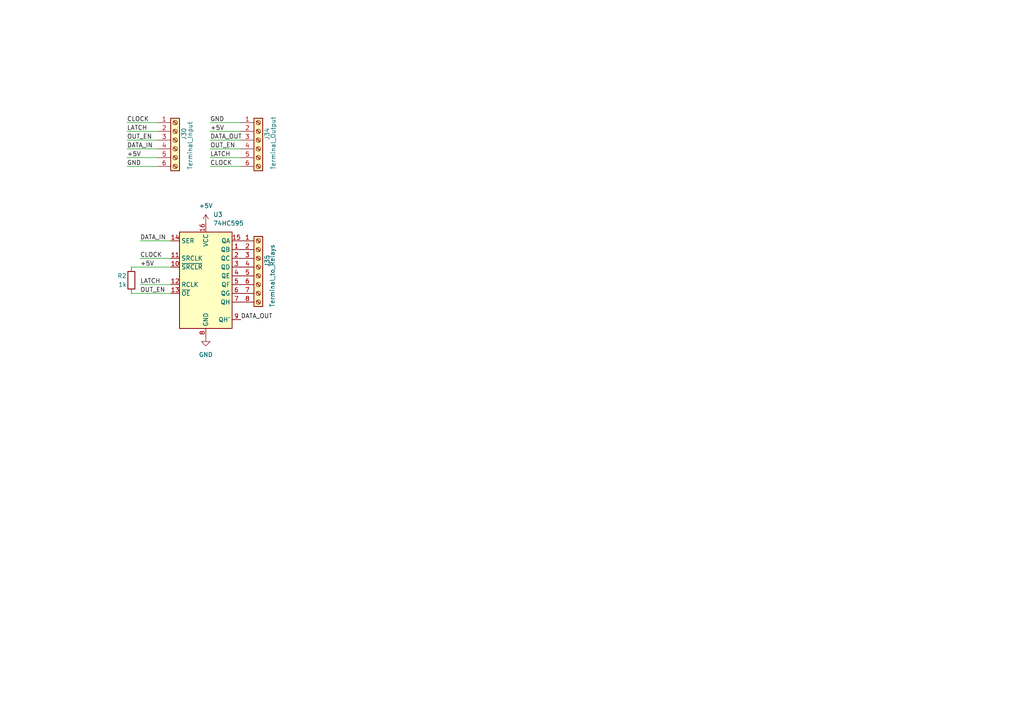
<source format=kicad_sch>
(kicad_sch
	(version 20250114)
	(generator "eeschema")
	(generator_version "9.0")
	(uuid "0e755979-13e5-4421-9f50-928e190933a4")
	(paper "A4")
	(lib_symbols
		(symbol "74xx:74HC595"
			(exclude_from_sim no)
			(in_bom yes)
			(on_board yes)
			(property "Reference" "U"
				(at -7.62 13.97 0)
				(effects
					(font
						(size 1.27 1.27)
					)
				)
			)
			(property "Value" "74HC595"
				(at -7.62 -16.51 0)
				(effects
					(font
						(size 1.27 1.27)
					)
				)
			)
			(property "Footprint" ""
				(at 0 0 0)
				(effects
					(font
						(size 1.27 1.27)
					)
					(hide yes)
				)
			)
			(property "Datasheet" "http://www.ti.com/lit/ds/symlink/sn74hc595.pdf"
				(at 0 0 0)
				(effects
					(font
						(size 1.27 1.27)
					)
					(hide yes)
				)
			)
			(property "Description" "8-bit serial in/out Shift Register 3-State Outputs"
				(at 0 0 0)
				(effects
					(font
						(size 1.27 1.27)
					)
					(hide yes)
				)
			)
			(property "ki_keywords" "HCMOS SR 3State"
				(at 0 0 0)
				(effects
					(font
						(size 1.27 1.27)
					)
					(hide yes)
				)
			)
			(property "ki_fp_filters" "DIP*W7.62mm* SOIC*3.9x9.9mm*P1.27mm* TSSOP*4.4x5mm*P0.65mm* SOIC*5.3x10.2mm*P1.27mm* SOIC*7.5x10.3mm*P1.27mm*"
				(at 0 0 0)
				(effects
					(font
						(size 1.27 1.27)
					)
					(hide yes)
				)
			)
			(symbol "74HC595_1_0"
				(pin input line
					(at -10.16 10.16 0)
					(length 2.54)
					(name "SER"
						(effects
							(font
								(size 1.27 1.27)
							)
						)
					)
					(number "14"
						(effects
							(font
								(size 1.27 1.27)
							)
						)
					)
				)
				(pin input line
					(at -10.16 5.08 0)
					(length 2.54)
					(name "SRCLK"
						(effects
							(font
								(size 1.27 1.27)
							)
						)
					)
					(number "11"
						(effects
							(font
								(size 1.27 1.27)
							)
						)
					)
				)
				(pin input line
					(at -10.16 2.54 0)
					(length 2.54)
					(name "~{SRCLR}"
						(effects
							(font
								(size 1.27 1.27)
							)
						)
					)
					(number "10"
						(effects
							(font
								(size 1.27 1.27)
							)
						)
					)
				)
				(pin input line
					(at -10.16 -2.54 0)
					(length 2.54)
					(name "RCLK"
						(effects
							(font
								(size 1.27 1.27)
							)
						)
					)
					(number "12"
						(effects
							(font
								(size 1.27 1.27)
							)
						)
					)
				)
				(pin input line
					(at -10.16 -5.08 0)
					(length 2.54)
					(name "~{OE}"
						(effects
							(font
								(size 1.27 1.27)
							)
						)
					)
					(number "13"
						(effects
							(font
								(size 1.27 1.27)
							)
						)
					)
				)
				(pin power_in line
					(at 0 15.24 270)
					(length 2.54)
					(name "VCC"
						(effects
							(font
								(size 1.27 1.27)
							)
						)
					)
					(number "16"
						(effects
							(font
								(size 1.27 1.27)
							)
						)
					)
				)
				(pin power_in line
					(at 0 -17.78 90)
					(length 2.54)
					(name "GND"
						(effects
							(font
								(size 1.27 1.27)
							)
						)
					)
					(number "8"
						(effects
							(font
								(size 1.27 1.27)
							)
						)
					)
				)
				(pin tri_state line
					(at 10.16 10.16 180)
					(length 2.54)
					(name "QA"
						(effects
							(font
								(size 1.27 1.27)
							)
						)
					)
					(number "15"
						(effects
							(font
								(size 1.27 1.27)
							)
						)
					)
				)
				(pin tri_state line
					(at 10.16 7.62 180)
					(length 2.54)
					(name "QB"
						(effects
							(font
								(size 1.27 1.27)
							)
						)
					)
					(number "1"
						(effects
							(font
								(size 1.27 1.27)
							)
						)
					)
				)
				(pin tri_state line
					(at 10.16 5.08 180)
					(length 2.54)
					(name "QC"
						(effects
							(font
								(size 1.27 1.27)
							)
						)
					)
					(number "2"
						(effects
							(font
								(size 1.27 1.27)
							)
						)
					)
				)
				(pin tri_state line
					(at 10.16 2.54 180)
					(length 2.54)
					(name "QD"
						(effects
							(font
								(size 1.27 1.27)
							)
						)
					)
					(number "3"
						(effects
							(font
								(size 1.27 1.27)
							)
						)
					)
				)
				(pin tri_state line
					(at 10.16 0 180)
					(length 2.54)
					(name "QE"
						(effects
							(font
								(size 1.27 1.27)
							)
						)
					)
					(number "4"
						(effects
							(font
								(size 1.27 1.27)
							)
						)
					)
				)
				(pin tri_state line
					(at 10.16 -2.54 180)
					(length 2.54)
					(name "QF"
						(effects
							(font
								(size 1.27 1.27)
							)
						)
					)
					(number "5"
						(effects
							(font
								(size 1.27 1.27)
							)
						)
					)
				)
				(pin tri_state line
					(at 10.16 -5.08 180)
					(length 2.54)
					(name "QG"
						(effects
							(font
								(size 1.27 1.27)
							)
						)
					)
					(number "6"
						(effects
							(font
								(size 1.27 1.27)
							)
						)
					)
				)
				(pin tri_state line
					(at 10.16 -7.62 180)
					(length 2.54)
					(name "QH"
						(effects
							(font
								(size 1.27 1.27)
							)
						)
					)
					(number "7"
						(effects
							(font
								(size 1.27 1.27)
							)
						)
					)
				)
				(pin output line
					(at 10.16 -12.7 180)
					(length 2.54)
					(name "QH'"
						(effects
							(font
								(size 1.27 1.27)
							)
						)
					)
					(number "9"
						(effects
							(font
								(size 1.27 1.27)
							)
						)
					)
				)
			)
			(symbol "74HC595_1_1"
				(rectangle
					(start -7.62 12.7)
					(end 7.62 -15.24)
					(stroke
						(width 0.254)
						(type default)
					)
					(fill
						(type background)
					)
				)
			)
			(embedded_fonts no)
		)
		(symbol "Connector:Screw_Terminal_01x06"
			(pin_names
				(offset 1.016)
				(hide yes)
			)
			(exclude_from_sim no)
			(in_bom yes)
			(on_board yes)
			(property "Reference" "J"
				(at 0 7.62 0)
				(effects
					(font
						(size 1.27 1.27)
					)
				)
			)
			(property "Value" "Screw_Terminal_01x06"
				(at 0 -10.16 0)
				(effects
					(font
						(size 1.27 1.27)
					)
				)
			)
			(property "Footprint" ""
				(at 0 0 0)
				(effects
					(font
						(size 1.27 1.27)
					)
					(hide yes)
				)
			)
			(property "Datasheet" "~"
				(at 0 0 0)
				(effects
					(font
						(size 1.27 1.27)
					)
					(hide yes)
				)
			)
			(property "Description" "Generic screw terminal, single row, 01x06, script generated (kicad-library-utils/schlib/autogen/connector/)"
				(at 0 0 0)
				(effects
					(font
						(size 1.27 1.27)
					)
					(hide yes)
				)
			)
			(property "ki_keywords" "screw terminal"
				(at 0 0 0)
				(effects
					(font
						(size 1.27 1.27)
					)
					(hide yes)
				)
			)
			(property "ki_fp_filters" "TerminalBlock*:*"
				(at 0 0 0)
				(effects
					(font
						(size 1.27 1.27)
					)
					(hide yes)
				)
			)
			(symbol "Screw_Terminal_01x06_1_1"
				(rectangle
					(start -1.27 6.35)
					(end 1.27 -8.89)
					(stroke
						(width 0.254)
						(type default)
					)
					(fill
						(type background)
					)
				)
				(polyline
					(pts
						(xy -0.5334 5.4102) (xy 0.3302 4.572)
					)
					(stroke
						(width 0.1524)
						(type default)
					)
					(fill
						(type none)
					)
				)
				(polyline
					(pts
						(xy -0.5334 2.8702) (xy 0.3302 2.032)
					)
					(stroke
						(width 0.1524)
						(type default)
					)
					(fill
						(type none)
					)
				)
				(polyline
					(pts
						(xy -0.5334 0.3302) (xy 0.3302 -0.508)
					)
					(stroke
						(width 0.1524)
						(type default)
					)
					(fill
						(type none)
					)
				)
				(polyline
					(pts
						(xy -0.5334 -2.2098) (xy 0.3302 -3.048)
					)
					(stroke
						(width 0.1524)
						(type default)
					)
					(fill
						(type none)
					)
				)
				(polyline
					(pts
						(xy -0.5334 -4.7498) (xy 0.3302 -5.588)
					)
					(stroke
						(width 0.1524)
						(type default)
					)
					(fill
						(type none)
					)
				)
				(polyline
					(pts
						(xy -0.5334 -7.2898) (xy 0.3302 -8.128)
					)
					(stroke
						(width 0.1524)
						(type default)
					)
					(fill
						(type none)
					)
				)
				(polyline
					(pts
						(xy -0.3556 5.588) (xy 0.508 4.7498)
					)
					(stroke
						(width 0.1524)
						(type default)
					)
					(fill
						(type none)
					)
				)
				(polyline
					(pts
						(xy -0.3556 3.048) (xy 0.508 2.2098)
					)
					(stroke
						(width 0.1524)
						(type default)
					)
					(fill
						(type none)
					)
				)
				(polyline
					(pts
						(xy -0.3556 0.508) (xy 0.508 -0.3302)
					)
					(stroke
						(width 0.1524)
						(type default)
					)
					(fill
						(type none)
					)
				)
				(polyline
					(pts
						(xy -0.3556 -2.032) (xy 0.508 -2.8702)
					)
					(stroke
						(width 0.1524)
						(type default)
					)
					(fill
						(type none)
					)
				)
				(polyline
					(pts
						(xy -0.3556 -4.572) (xy 0.508 -5.4102)
					)
					(stroke
						(width 0.1524)
						(type default)
					)
					(fill
						(type none)
					)
				)
				(polyline
					(pts
						(xy -0.3556 -7.112) (xy 0.508 -7.9502)
					)
					(stroke
						(width 0.1524)
						(type default)
					)
					(fill
						(type none)
					)
				)
				(circle
					(center 0 5.08)
					(radius 0.635)
					(stroke
						(width 0.1524)
						(type default)
					)
					(fill
						(type none)
					)
				)
				(circle
					(center 0 2.54)
					(radius 0.635)
					(stroke
						(width 0.1524)
						(type default)
					)
					(fill
						(type none)
					)
				)
				(circle
					(center 0 0)
					(radius 0.635)
					(stroke
						(width 0.1524)
						(type default)
					)
					(fill
						(type none)
					)
				)
				(circle
					(center 0 -2.54)
					(radius 0.635)
					(stroke
						(width 0.1524)
						(type default)
					)
					(fill
						(type none)
					)
				)
				(circle
					(center 0 -5.08)
					(radius 0.635)
					(stroke
						(width 0.1524)
						(type default)
					)
					(fill
						(type none)
					)
				)
				(circle
					(center 0 -7.62)
					(radius 0.635)
					(stroke
						(width 0.1524)
						(type default)
					)
					(fill
						(type none)
					)
				)
				(pin passive line
					(at -5.08 5.08 0)
					(length 3.81)
					(name "Pin_1"
						(effects
							(font
								(size 1.27 1.27)
							)
						)
					)
					(number "1"
						(effects
							(font
								(size 1.27 1.27)
							)
						)
					)
				)
				(pin passive line
					(at -5.08 2.54 0)
					(length 3.81)
					(name "Pin_2"
						(effects
							(font
								(size 1.27 1.27)
							)
						)
					)
					(number "2"
						(effects
							(font
								(size 1.27 1.27)
							)
						)
					)
				)
				(pin passive line
					(at -5.08 0 0)
					(length 3.81)
					(name "Pin_3"
						(effects
							(font
								(size 1.27 1.27)
							)
						)
					)
					(number "3"
						(effects
							(font
								(size 1.27 1.27)
							)
						)
					)
				)
				(pin passive line
					(at -5.08 -2.54 0)
					(length 3.81)
					(name "Pin_4"
						(effects
							(font
								(size 1.27 1.27)
							)
						)
					)
					(number "4"
						(effects
							(font
								(size 1.27 1.27)
							)
						)
					)
				)
				(pin passive line
					(at -5.08 -5.08 0)
					(length 3.81)
					(name "Pin_5"
						(effects
							(font
								(size 1.27 1.27)
							)
						)
					)
					(number "5"
						(effects
							(font
								(size 1.27 1.27)
							)
						)
					)
				)
				(pin passive line
					(at -5.08 -7.62 0)
					(length 3.81)
					(name "Pin_6"
						(effects
							(font
								(size 1.27 1.27)
							)
						)
					)
					(number "6"
						(effects
							(font
								(size 1.27 1.27)
							)
						)
					)
				)
			)
			(embedded_fonts no)
		)
		(symbol "Connector:Screw_Terminal_01x08"
			(pin_names
				(offset 1.016)
				(hide yes)
			)
			(exclude_from_sim no)
			(in_bom yes)
			(on_board yes)
			(property "Reference" "J"
				(at 0 10.16 0)
				(effects
					(font
						(size 1.27 1.27)
					)
				)
			)
			(property "Value" "Screw_Terminal_01x08"
				(at 0 -12.7 0)
				(effects
					(font
						(size 1.27 1.27)
					)
				)
			)
			(property "Footprint" ""
				(at 0 0 0)
				(effects
					(font
						(size 1.27 1.27)
					)
					(hide yes)
				)
			)
			(property "Datasheet" "~"
				(at 0 0 0)
				(effects
					(font
						(size 1.27 1.27)
					)
					(hide yes)
				)
			)
			(property "Description" "Generic screw terminal, single row, 01x08, script generated (kicad-library-utils/schlib/autogen/connector/)"
				(at 0 0 0)
				(effects
					(font
						(size 1.27 1.27)
					)
					(hide yes)
				)
			)
			(property "ki_keywords" "screw terminal"
				(at 0 0 0)
				(effects
					(font
						(size 1.27 1.27)
					)
					(hide yes)
				)
			)
			(property "ki_fp_filters" "TerminalBlock*:*"
				(at 0 0 0)
				(effects
					(font
						(size 1.27 1.27)
					)
					(hide yes)
				)
			)
			(symbol "Screw_Terminal_01x08_1_1"
				(rectangle
					(start -1.27 8.89)
					(end 1.27 -11.43)
					(stroke
						(width 0.254)
						(type default)
					)
					(fill
						(type background)
					)
				)
				(polyline
					(pts
						(xy -0.5334 7.9502) (xy 0.3302 7.112)
					)
					(stroke
						(width 0.1524)
						(type default)
					)
					(fill
						(type none)
					)
				)
				(polyline
					(pts
						(xy -0.5334 5.4102) (xy 0.3302 4.572)
					)
					(stroke
						(width 0.1524)
						(type default)
					)
					(fill
						(type none)
					)
				)
				(polyline
					(pts
						(xy -0.5334 2.8702) (xy 0.3302 2.032)
					)
					(stroke
						(width 0.1524)
						(type default)
					)
					(fill
						(type none)
					)
				)
				(polyline
					(pts
						(xy -0.5334 0.3302) (xy 0.3302 -0.508)
					)
					(stroke
						(width 0.1524)
						(type default)
					)
					(fill
						(type none)
					)
				)
				(polyline
					(pts
						(xy -0.5334 -2.2098) (xy 0.3302 -3.048)
					)
					(stroke
						(width 0.1524)
						(type default)
					)
					(fill
						(type none)
					)
				)
				(polyline
					(pts
						(xy -0.5334 -4.7498) (xy 0.3302 -5.588)
					)
					(stroke
						(width 0.1524)
						(type default)
					)
					(fill
						(type none)
					)
				)
				(polyline
					(pts
						(xy -0.5334 -7.2898) (xy 0.3302 -8.128)
					)
					(stroke
						(width 0.1524)
						(type default)
					)
					(fill
						(type none)
					)
				)
				(polyline
					(pts
						(xy -0.5334 -9.8298) (xy 0.3302 -10.668)
					)
					(stroke
						(width 0.1524)
						(type default)
					)
					(fill
						(type none)
					)
				)
				(polyline
					(pts
						(xy -0.3556 8.128) (xy 0.508 7.2898)
					)
					(stroke
						(width 0.1524)
						(type default)
					)
					(fill
						(type none)
					)
				)
				(polyline
					(pts
						(xy -0.3556 5.588) (xy 0.508 4.7498)
					)
					(stroke
						(width 0.1524)
						(type default)
					)
					(fill
						(type none)
					)
				)
				(polyline
					(pts
						(xy -0.3556 3.048) (xy 0.508 2.2098)
					)
					(stroke
						(width 0.1524)
						(type default)
					)
					(fill
						(type none)
					)
				)
				(polyline
					(pts
						(xy -0.3556 0.508) (xy 0.508 -0.3302)
					)
					(stroke
						(width 0.1524)
						(type default)
					)
					(fill
						(type none)
					)
				)
				(polyline
					(pts
						(xy -0.3556 -2.032) (xy 0.508 -2.8702)
					)
					(stroke
						(width 0.1524)
						(type default)
					)
					(fill
						(type none)
					)
				)
				(polyline
					(pts
						(xy -0.3556 -4.572) (xy 0.508 -5.4102)
					)
					(stroke
						(width 0.1524)
						(type default)
					)
					(fill
						(type none)
					)
				)
				(polyline
					(pts
						(xy -0.3556 -7.112) (xy 0.508 -7.9502)
					)
					(stroke
						(width 0.1524)
						(type default)
					)
					(fill
						(type none)
					)
				)
				(polyline
					(pts
						(xy -0.3556 -9.652) (xy 0.508 -10.4902)
					)
					(stroke
						(width 0.1524)
						(type default)
					)
					(fill
						(type none)
					)
				)
				(circle
					(center 0 7.62)
					(radius 0.635)
					(stroke
						(width 0.1524)
						(type default)
					)
					(fill
						(type none)
					)
				)
				(circle
					(center 0 5.08)
					(radius 0.635)
					(stroke
						(width 0.1524)
						(type default)
					)
					(fill
						(type none)
					)
				)
				(circle
					(center 0 2.54)
					(radius 0.635)
					(stroke
						(width 0.1524)
						(type default)
					)
					(fill
						(type none)
					)
				)
				(circle
					(center 0 0)
					(radius 0.635)
					(stroke
						(width 0.1524)
						(type default)
					)
					(fill
						(type none)
					)
				)
				(circle
					(center 0 -2.54)
					(radius 0.635)
					(stroke
						(width 0.1524)
						(type default)
					)
					(fill
						(type none)
					)
				)
				(circle
					(center 0 -5.08)
					(radius 0.635)
					(stroke
						(width 0.1524)
						(type default)
					)
					(fill
						(type none)
					)
				)
				(circle
					(center 0 -7.62)
					(radius 0.635)
					(stroke
						(width 0.1524)
						(type default)
					)
					(fill
						(type none)
					)
				)
				(circle
					(center 0 -10.16)
					(radius 0.635)
					(stroke
						(width 0.1524)
						(type default)
					)
					(fill
						(type none)
					)
				)
				(pin passive line
					(at -5.08 7.62 0)
					(length 3.81)
					(name "Pin_1"
						(effects
							(font
								(size 1.27 1.27)
							)
						)
					)
					(number "1"
						(effects
							(font
								(size 1.27 1.27)
							)
						)
					)
				)
				(pin passive line
					(at -5.08 5.08 0)
					(length 3.81)
					(name "Pin_2"
						(effects
							(font
								(size 1.27 1.27)
							)
						)
					)
					(number "2"
						(effects
							(font
								(size 1.27 1.27)
							)
						)
					)
				)
				(pin passive line
					(at -5.08 2.54 0)
					(length 3.81)
					(name "Pin_3"
						(effects
							(font
								(size 1.27 1.27)
							)
						)
					)
					(number "3"
						(effects
							(font
								(size 1.27 1.27)
							)
						)
					)
				)
				(pin passive line
					(at -5.08 0 0)
					(length 3.81)
					(name "Pin_4"
						(effects
							(font
								(size 1.27 1.27)
							)
						)
					)
					(number "4"
						(effects
							(font
								(size 1.27 1.27)
							)
						)
					)
				)
				(pin passive line
					(at -5.08 -2.54 0)
					(length 3.81)
					(name "Pin_5"
						(effects
							(font
								(size 1.27 1.27)
							)
						)
					)
					(number "5"
						(effects
							(font
								(size 1.27 1.27)
							)
						)
					)
				)
				(pin passive line
					(at -5.08 -5.08 0)
					(length 3.81)
					(name "Pin_6"
						(effects
							(font
								(size 1.27 1.27)
							)
						)
					)
					(number "6"
						(effects
							(font
								(size 1.27 1.27)
							)
						)
					)
				)
				(pin passive line
					(at -5.08 -7.62 0)
					(length 3.81)
					(name "Pin_7"
						(effects
							(font
								(size 1.27 1.27)
							)
						)
					)
					(number "7"
						(effects
							(font
								(size 1.27 1.27)
							)
						)
					)
				)
				(pin passive line
					(at -5.08 -10.16 0)
					(length 3.81)
					(name "Pin_8"
						(effects
							(font
								(size 1.27 1.27)
							)
						)
					)
					(number "8"
						(effects
							(font
								(size 1.27 1.27)
							)
						)
					)
				)
			)
			(embedded_fonts no)
		)
		(symbol "Device:R"
			(pin_numbers
				(hide yes)
			)
			(pin_names
				(offset 0)
			)
			(exclude_from_sim no)
			(in_bom yes)
			(on_board yes)
			(property "Reference" "R"
				(at 2.032 0 90)
				(effects
					(font
						(size 1.27 1.27)
					)
				)
			)
			(property "Value" "R"
				(at 0 0 90)
				(effects
					(font
						(size 1.27 1.27)
					)
				)
			)
			(property "Footprint" ""
				(at -1.778 0 90)
				(effects
					(font
						(size 1.27 1.27)
					)
					(hide yes)
				)
			)
			(property "Datasheet" "~"
				(at 0 0 0)
				(effects
					(font
						(size 1.27 1.27)
					)
					(hide yes)
				)
			)
			(property "Description" "Resistor"
				(at 0 0 0)
				(effects
					(font
						(size 1.27 1.27)
					)
					(hide yes)
				)
			)
			(property "ki_keywords" "R res resistor"
				(at 0 0 0)
				(effects
					(font
						(size 1.27 1.27)
					)
					(hide yes)
				)
			)
			(property "ki_fp_filters" "R_*"
				(at 0 0 0)
				(effects
					(font
						(size 1.27 1.27)
					)
					(hide yes)
				)
			)
			(symbol "R_0_1"
				(rectangle
					(start -1.016 -2.54)
					(end 1.016 2.54)
					(stroke
						(width 0.254)
						(type default)
					)
					(fill
						(type none)
					)
				)
			)
			(symbol "R_1_1"
				(pin passive line
					(at 0 3.81 270)
					(length 1.27)
					(name "~"
						(effects
							(font
								(size 1.27 1.27)
							)
						)
					)
					(number "1"
						(effects
							(font
								(size 1.27 1.27)
							)
						)
					)
				)
				(pin passive line
					(at 0 -3.81 90)
					(length 1.27)
					(name "~"
						(effects
							(font
								(size 1.27 1.27)
							)
						)
					)
					(number "2"
						(effects
							(font
								(size 1.27 1.27)
							)
						)
					)
				)
			)
			(embedded_fonts no)
		)
		(symbol "power:+5V"
			(power)
			(pin_numbers
				(hide yes)
			)
			(pin_names
				(offset 0)
				(hide yes)
			)
			(exclude_from_sim no)
			(in_bom yes)
			(on_board yes)
			(property "Reference" "#PWR"
				(at 0 -3.81 0)
				(effects
					(font
						(size 1.27 1.27)
					)
					(hide yes)
				)
			)
			(property "Value" "+5V"
				(at 0 3.556 0)
				(effects
					(font
						(size 1.27 1.27)
					)
				)
			)
			(property "Footprint" ""
				(at 0 0 0)
				(effects
					(font
						(size 1.27 1.27)
					)
					(hide yes)
				)
			)
			(property "Datasheet" ""
				(at 0 0 0)
				(effects
					(font
						(size 1.27 1.27)
					)
					(hide yes)
				)
			)
			(property "Description" "Power symbol creates a global label with name \"+5V\""
				(at 0 0 0)
				(effects
					(font
						(size 1.27 1.27)
					)
					(hide yes)
				)
			)
			(property "ki_keywords" "global power"
				(at 0 0 0)
				(effects
					(font
						(size 1.27 1.27)
					)
					(hide yes)
				)
			)
			(symbol "+5V_0_1"
				(polyline
					(pts
						(xy -0.762 1.27) (xy 0 2.54)
					)
					(stroke
						(width 0)
						(type default)
					)
					(fill
						(type none)
					)
				)
				(polyline
					(pts
						(xy 0 2.54) (xy 0.762 1.27)
					)
					(stroke
						(width 0)
						(type default)
					)
					(fill
						(type none)
					)
				)
				(polyline
					(pts
						(xy 0 0) (xy 0 2.54)
					)
					(stroke
						(width 0)
						(type default)
					)
					(fill
						(type none)
					)
				)
			)
			(symbol "+5V_1_1"
				(pin power_in line
					(at 0 0 90)
					(length 0)
					(name "~"
						(effects
							(font
								(size 1.27 1.27)
							)
						)
					)
					(number "1"
						(effects
							(font
								(size 1.27 1.27)
							)
						)
					)
				)
			)
			(embedded_fonts no)
		)
		(symbol "power:GND"
			(power)
			(pin_numbers
				(hide yes)
			)
			(pin_names
				(offset 0)
				(hide yes)
			)
			(exclude_from_sim no)
			(in_bom yes)
			(on_board yes)
			(property "Reference" "#PWR"
				(at 0 -6.35 0)
				(effects
					(font
						(size 1.27 1.27)
					)
					(hide yes)
				)
			)
			(property "Value" "GND"
				(at 0 -3.81 0)
				(effects
					(font
						(size 1.27 1.27)
					)
				)
			)
			(property "Footprint" ""
				(at 0 0 0)
				(effects
					(font
						(size 1.27 1.27)
					)
					(hide yes)
				)
			)
			(property "Datasheet" ""
				(at 0 0 0)
				(effects
					(font
						(size 1.27 1.27)
					)
					(hide yes)
				)
			)
			(property "Description" "Power symbol creates a global label with name \"GND\" , ground"
				(at 0 0 0)
				(effects
					(font
						(size 1.27 1.27)
					)
					(hide yes)
				)
			)
			(property "ki_keywords" "global power"
				(at 0 0 0)
				(effects
					(font
						(size 1.27 1.27)
					)
					(hide yes)
				)
			)
			(symbol "GND_0_1"
				(polyline
					(pts
						(xy 0 0) (xy 0 -1.27) (xy 1.27 -1.27) (xy 0 -2.54) (xy -1.27 -1.27) (xy 0 -1.27)
					)
					(stroke
						(width 0)
						(type default)
					)
					(fill
						(type none)
					)
				)
			)
			(symbol "GND_1_1"
				(pin power_in line
					(at 0 0 270)
					(length 0)
					(name "~"
						(effects
							(font
								(size 1.27 1.27)
							)
						)
					)
					(number "1"
						(effects
							(font
								(size 1.27 1.27)
							)
						)
					)
				)
			)
			(embedded_fonts no)
		)
	)
	(wire
		(pts
			(xy 36.83 40.64) (xy 45.72 40.64)
		)
		(stroke
			(width 0)
			(type default)
		)
		(uuid "178d63b0-ce32-4636-b6bb-2a4b15d350be")
	)
	(wire
		(pts
			(xy 60.96 43.18) (xy 69.85 43.18)
		)
		(stroke
			(width 0)
			(type default)
		)
		(uuid "1800898e-cd55-4d63-b843-c93c8eb6a9fe")
	)
	(wire
		(pts
			(xy 40.64 82.55) (xy 49.53 82.55)
		)
		(stroke
			(width 0)
			(type default)
		)
		(uuid "19a2e789-d314-43cf-a53b-b7650e452653")
	)
	(wire
		(pts
			(xy 38.1 85.09) (xy 49.53 85.09)
		)
		(stroke
			(width 0)
			(type default)
		)
		(uuid "284e9a46-419d-4e06-8b77-5880fbf4e012")
	)
	(wire
		(pts
			(xy 60.96 45.72) (xy 69.85 45.72)
		)
		(stroke
			(width 0)
			(type default)
		)
		(uuid "3161be01-2b71-4c42-bf2c-4bffc609d93e")
	)
	(wire
		(pts
			(xy 45.72 48.26) (xy 36.83 48.26)
		)
		(stroke
			(width 0)
			(type default)
		)
		(uuid "3ee6c575-8ee4-437c-ace6-828172f22dff")
	)
	(wire
		(pts
			(xy 36.83 38.1) (xy 45.72 38.1)
		)
		(stroke
			(width 0)
			(type default)
		)
		(uuid "64644942-807f-438f-85bc-9f8ed43c7527")
	)
	(wire
		(pts
			(xy 69.85 35.56) (xy 60.96 35.56)
		)
		(stroke
			(width 0)
			(type default)
		)
		(uuid "64ae8e99-5b78-4367-89c5-be47635d1c01")
	)
	(wire
		(pts
			(xy 60.96 38.1) (xy 69.85 38.1)
		)
		(stroke
			(width 0)
			(type default)
		)
		(uuid "67fa4117-69c7-4597-bdbd-9cb10befde62")
	)
	(wire
		(pts
			(xy 36.83 35.56) (xy 45.72 35.56)
		)
		(stroke
			(width 0)
			(type default)
		)
		(uuid "74dfd8ff-72b6-47d4-bf72-a2ee49e19c51")
	)
	(wire
		(pts
			(xy 36.83 45.72) (xy 45.72 45.72)
		)
		(stroke
			(width 0)
			(type default)
		)
		(uuid "92d31fe9-3755-4583-abae-86db2e84dda1")
	)
	(wire
		(pts
			(xy 38.1 77.47) (xy 49.53 77.47)
		)
		(stroke
			(width 0)
			(type default)
		)
		(uuid "932c4a6f-954c-4d97-8578-6799915dca55")
	)
	(wire
		(pts
			(xy 60.96 48.26) (xy 69.85 48.26)
		)
		(stroke
			(width 0)
			(type default)
		)
		(uuid "a1ec8812-9af6-49e9-9694-e6d265d3c095")
	)
	(wire
		(pts
			(xy 60.96 40.64) (xy 69.85 40.64)
		)
		(stroke
			(width 0)
			(type default)
		)
		(uuid "a680b725-8c4c-4709-b9fd-987e307e2cce")
	)
	(wire
		(pts
			(xy 40.64 74.93) (xy 49.53 74.93)
		)
		(stroke
			(width 0)
			(type default)
		)
		(uuid "baf57b4a-55b2-480c-b016-96f2dfb34d4c")
	)
	(wire
		(pts
			(xy 40.64 69.85) (xy 49.53 69.85)
		)
		(stroke
			(width 0)
			(type default)
		)
		(uuid "f509b462-16f4-4975-b0d5-59a44a6010a2")
	)
	(wire
		(pts
			(xy 36.83 43.18) (xy 45.72 43.18)
		)
		(stroke
			(width 0)
			(type default)
		)
		(uuid "ffb674d9-b6cb-402c-a014-4d984c4a45f5")
	)
	(label "+5V"
		(at 60.96 38.1 0)
		(effects
			(font
				(size 1.27 1.27)
			)
			(justify left bottom)
		)
		(uuid "1fba3936-daaa-4ecf-8f6c-d35bc11aee89")
	)
	(label "LATCH"
		(at 36.83 38.1 0)
		(effects
			(font
				(size 1.27 1.27)
			)
			(justify left bottom)
		)
		(uuid "2cbe67a2-a8c1-42de-8aa1-3a0c836e9c08")
	)
	(label "CLOCK"
		(at 40.64 74.93 0)
		(effects
			(font
				(size 1.27 1.27)
			)
			(justify left bottom)
		)
		(uuid "3e8dce2a-6979-4708-80dc-5747ccf127a9")
	)
	(label "DATA_IN"
		(at 36.83 43.18 0)
		(effects
			(font
				(size 1.27 1.27)
			)
			(justify left bottom)
		)
		(uuid "676fe4e4-b65b-41a7-8294-7b5d25660fe1")
	)
	(label "+5V"
		(at 36.83 45.72 0)
		(effects
			(font
				(size 1.27 1.27)
			)
			(justify left bottom)
		)
		(uuid "689ae7bd-e9ff-4eb8-9870-212cdc08c0f8")
	)
	(label "LATCH"
		(at 60.96 45.72 0)
		(effects
			(font
				(size 1.27 1.27)
			)
			(justify left bottom)
		)
		(uuid "693a5f3f-8f9a-4844-99b0-1899b883ea17")
	)
	(label "DATA_IN"
		(at 40.64 69.85 0)
		(effects
			(font
				(size 1.27 1.27)
			)
			(justify left bottom)
		)
		(uuid "7181a3f8-d024-4eef-9d90-c9a62e96d03a")
	)
	(label "DATA_OUT"
		(at 69.85 92.71 0)
		(effects
			(font
				(size 1.27 1.27)
			)
			(justify left bottom)
		)
		(uuid "736a65bc-cefb-4e67-9b12-6f29b1492bee")
	)
	(label "DATA_OUT"
		(at 60.96 40.64 0)
		(effects
			(font
				(size 1.27 1.27)
			)
			(justify left bottom)
		)
		(uuid "745d34f0-8786-4fd7-aaa1-bdff665aa1fc")
	)
	(label "+5V"
		(at 40.64 77.47 0)
		(effects
			(font
				(size 1.27 1.27)
			)
			(justify left bottom)
		)
		(uuid "9d56cb80-9351-45c2-92ad-7b92d7d6f1e5")
	)
	(label "GND"
		(at 60.96 35.56 0)
		(effects
			(font
				(size 1.27 1.27)
			)
			(justify left bottom)
		)
		(uuid "9e24dd6c-71b9-48a5-a526-cffd103e23b8")
	)
	(label "GND"
		(at 36.83 48.26 0)
		(effects
			(font
				(size 1.27 1.27)
			)
			(justify left bottom)
		)
		(uuid "a764f0a6-1903-4b53-b73b-338b2b71793c")
	)
	(label "CLOCK"
		(at 36.83 35.56 0)
		(effects
			(font
				(size 1.27 1.27)
			)
			(justify left bottom)
		)
		(uuid "b6eedd38-9e2c-4738-bb30-298a51e3d2ac")
	)
	(label "OUT_EN"
		(at 60.96 43.18 0)
		(effects
			(font
				(size 1.27 1.27)
			)
			(justify left bottom)
		)
		(uuid "b777f8fe-0445-44cf-a03d-0aeecfb349d5")
	)
	(label "OUT_EN"
		(at 40.64 85.09 0)
		(effects
			(font
				(size 1.27 1.27)
			)
			(justify left bottom)
		)
		(uuid "d3f2000f-3461-458b-beae-852567b491cf")
	)
	(label "LATCH"
		(at 40.64 82.55 0)
		(effects
			(font
				(size 1.27 1.27)
			)
			(justify left bottom)
		)
		(uuid "ed31f5f8-ea8e-4980-b77e-de850d93b85b")
	)
	(label "CLOCK"
		(at 60.96 48.26 0)
		(effects
			(font
				(size 1.27 1.27)
			)
			(justify left bottom)
		)
		(uuid "f079abb2-0086-41ff-8ce3-9ebca7ca29fd")
	)
	(label "OUT_EN"
		(at 36.83 40.64 0)
		(effects
			(font
				(size 1.27 1.27)
			)
			(justify left bottom)
		)
		(uuid "f4fea2c5-48df-4590-8227-b79745c0b90f")
	)
	(symbol
		(lib_id "power:GND")
		(at 59.69 97.79 0)
		(unit 1)
		(exclude_from_sim no)
		(in_bom yes)
		(on_board yes)
		(dnp no)
		(uuid "48ee150e-af00-4797-9d8f-03a65aefaa22")
		(property "Reference" "#PWR097"
			(at 59.69 104.14 0)
			(effects
				(font
					(size 1.27 1.27)
				)
				(hide yes)
			)
		)
		(property "Value" "GND"
			(at 59.69 102.87 0)
			(effects
				(font
					(size 1.27 1.27)
				)
			)
		)
		(property "Footprint" ""
			(at 59.69 97.79 0)
			(effects
				(font
					(size 1.27 1.27)
				)
				(hide yes)
			)
		)
		(property "Datasheet" ""
			(at 59.69 97.79 0)
			(effects
				(font
					(size 1.27 1.27)
				)
				(hide yes)
			)
		)
		(property "Description" "Power symbol creates a global label with name \"GND\" , ground"
			(at 59.69 97.79 0)
			(effects
				(font
					(size 1.27 1.27)
				)
				(hide yes)
			)
		)
		(pin "1"
			(uuid "52a798a4-b45a-424f-aa2b-d79f73111e2b")
		)
		(instances
			(project "fbi"
				(path "/8a94cea8-93b7-482c-bb6b-daa13c735e50/dfd1d0eb-bf3a-43d1-b673-cd8f75111fe3"
					(reference "#PWR097")
					(unit 1)
				)
			)
		)
	)
	(symbol
		(lib_id "74xx:74HC595")
		(at 59.69 80.01 0)
		(unit 1)
		(exclude_from_sim no)
		(in_bom yes)
		(on_board yes)
		(dnp no)
		(fields_autoplaced yes)
		(uuid "58168a00-0023-4fe6-b4aa-9b8b96a50cb3")
		(property "Reference" "U3"
			(at 61.8333 62.23 0)
			(effects
				(font
					(size 1.27 1.27)
				)
				(justify left)
			)
		)
		(property "Value" "74HC595"
			(at 61.8333 64.77 0)
			(effects
				(font
					(size 1.27 1.27)
				)
				(justify left)
			)
		)
		(property "Footprint" "Package_DIP:DIP-16_W7.62mm_LongPads"
			(at 59.69 80.01 0)
			(effects
				(font
					(size 1.27 1.27)
				)
				(hide yes)
			)
		)
		(property "Datasheet" "http://www.ti.com/lit/ds/symlink/sn74hc595.pdf"
			(at 59.69 80.01 0)
			(effects
				(font
					(size 1.27 1.27)
				)
				(hide yes)
			)
		)
		(property "Description" "8-bit serial in/out Shift Register 3-State Outputs"
			(at 59.69 80.01 0)
			(effects
				(font
					(size 1.27 1.27)
				)
				(hide yes)
			)
		)
		(pin "13"
			(uuid "82eda7f3-699e-49f6-bf25-a4b2bc887fb9")
		)
		(pin "6"
			(uuid "d9ad012f-4e4e-44f9-bf6d-b33fdff867fe")
		)
		(pin "16"
			(uuid "da23e61a-8b3d-4c08-a576-c765e864790d")
		)
		(pin "3"
			(uuid "b4f5f3a6-f91f-4781-964f-7a74e86969e2")
		)
		(pin "5"
			(uuid "e65b9dec-a1f8-4d74-89cd-ea0cfaf6ada5")
		)
		(pin "14"
			(uuid "ea03adc9-cb99-4d2e-bfaf-d07e40620531")
		)
		(pin "12"
			(uuid "2074cdff-e09e-4f52-8dea-50bc769ad074")
		)
		(pin "9"
			(uuid "de515f0a-536b-41d5-901c-ab9d82b722bb")
		)
		(pin "11"
			(uuid "b7962934-5da7-4fb6-b00f-7519fa25690d")
		)
		(pin "15"
			(uuid "07d541c6-4919-4cad-85ab-6299b7298500")
		)
		(pin "7"
			(uuid "e2dc8d70-4290-42be-9be2-b562c639c48c")
		)
		(pin "8"
			(uuid "5fd990bb-3911-4045-9cdc-191fb4f436b5")
		)
		(pin "1"
			(uuid "c87ff2a9-2f8a-477b-8da9-c29e84677dc2")
		)
		(pin "4"
			(uuid "d2966ae9-c98c-45bf-a708-c395744d226e")
		)
		(pin "10"
			(uuid "c0dcfb9e-0766-4496-8af6-4790eab7f743")
		)
		(pin "2"
			(uuid "7e422f35-3fe3-4826-aed4-9167d7b036f1")
		)
		(instances
			(project "fbi"
				(path "/8a94cea8-93b7-482c-bb6b-daa13c735e50/dfd1d0eb-bf3a-43d1-b673-cd8f75111fe3"
					(reference "U3")
					(unit 1)
				)
			)
		)
	)
	(symbol
		(lib_id "Connector:Screw_Terminal_01x06")
		(at 50.8 40.64 0)
		(unit 1)
		(exclude_from_sim no)
		(in_bom yes)
		(on_board yes)
		(dnp no)
		(uuid "5c8b09f7-995f-45f9-8f42-70f9f139f85c")
		(property "Reference" "J30"
			(at 53.34 40.6399 90)
			(effects
				(font
					(size 1.27 1.27)
				)
				(justify left)
			)
		)
		(property "Value" "Terminal_Input"
			(at 55.118 49.276 90)
			(effects
				(font
					(size 1.27 1.27)
				)
				(justify left)
			)
		)
		(property "Footprint" "TerminalBlock:TerminalBlock_Xinya_XY308-2.54-6P_1x06_P2.54mm_Horizontal"
			(at 50.8 40.64 0)
			(effects
				(font
					(size 1.27 1.27)
				)
				(hide yes)
			)
		)
		(property "Datasheet" "~"
			(at 50.8 40.64 0)
			(effects
				(font
					(size 1.27 1.27)
				)
				(hide yes)
			)
		)
		(property "Description" "Generic screw terminal, single row, 01x06, script generated (kicad-library-utils/schlib/autogen/connector/)"
			(at 50.8 40.64 0)
			(effects
				(font
					(size 1.27 1.27)
				)
				(hide yes)
			)
		)
		(pin "5"
			(uuid "c7e3fa46-737d-4f3b-b385-c4eadf5880d8")
		)
		(pin "6"
			(uuid "81ca2a94-b058-4259-900c-423a8d8288fd")
		)
		(pin "2"
			(uuid "5d9b4522-7c46-4fbb-b312-de1cfa641adc")
		)
		(pin "3"
			(uuid "f388c693-ffe7-4c6d-887f-f96a054e59b6")
		)
		(pin "4"
			(uuid "bc1590c5-7c82-4455-b3d3-4dfa0a0c1a17")
		)
		(pin "1"
			(uuid "e17cf542-c872-4d25-bf9d-e29d2e8dfd19")
		)
		(instances
			(project "fbi"
				(path "/8a94cea8-93b7-482c-bb6b-daa13c735e50/dfd1d0eb-bf3a-43d1-b673-cd8f75111fe3"
					(reference "J30")
					(unit 1)
				)
			)
		)
	)
	(symbol
		(lib_id "power:+5V")
		(at 59.69 64.77 0)
		(unit 1)
		(exclude_from_sim no)
		(in_bom yes)
		(on_board yes)
		(dnp no)
		(fields_autoplaced yes)
		(uuid "62f7a7de-c37c-4f93-86a2-188985b1b4c1")
		(property "Reference" "#PWR096"
			(at 59.69 68.58 0)
			(effects
				(font
					(size 1.27 1.27)
				)
				(hide yes)
			)
		)
		(property "Value" "+5V"
			(at 59.69 59.69 0)
			(effects
				(font
					(size 1.27 1.27)
				)
			)
		)
		(property "Footprint" ""
			(at 59.69 64.77 0)
			(effects
				(font
					(size 1.27 1.27)
				)
				(hide yes)
			)
		)
		(property "Datasheet" ""
			(at 59.69 64.77 0)
			(effects
				(font
					(size 1.27 1.27)
				)
				(hide yes)
			)
		)
		(property "Description" "Power symbol creates a global label with name \"+5V\""
			(at 59.69 64.77 0)
			(effects
				(font
					(size 1.27 1.27)
				)
				(hide yes)
			)
		)
		(pin "1"
			(uuid "0c5fef8d-d07a-4fff-ba87-38d463a9a012")
		)
		(instances
			(project "fbi"
				(path "/8a94cea8-93b7-482c-bb6b-daa13c735e50/dfd1d0eb-bf3a-43d1-b673-cd8f75111fe3"
					(reference "#PWR096")
					(unit 1)
				)
			)
		)
	)
	(symbol
		(lib_id "Connector:Screw_Terminal_01x06")
		(at 74.93 40.64 0)
		(unit 1)
		(exclude_from_sim no)
		(in_bom yes)
		(on_board yes)
		(dnp no)
		(uuid "8b41d4f1-c52a-4b56-9f71-4d40cd2eede7")
		(property "Reference" "J34"
			(at 77.47 40.6399 90)
			(effects
				(font
					(size 1.27 1.27)
				)
				(justify left)
			)
		)
		(property "Value" "Terminal_Output"
			(at 79.248 49.276 90)
			(effects
				(font
					(size 1.27 1.27)
				)
				(justify left)
			)
		)
		(property "Footprint" "TerminalBlock:TerminalBlock_Xinya_XY308-2.54-6P_1x06_P2.54mm_Horizontal"
			(at 74.93 40.64 0)
			(effects
				(font
					(size 1.27 1.27)
				)
				(hide yes)
			)
		)
		(property "Datasheet" "~"
			(at 74.93 40.64 0)
			(effects
				(font
					(size 1.27 1.27)
				)
				(hide yes)
			)
		)
		(property "Description" "Generic screw terminal, single row, 01x06, script generated (kicad-library-utils/schlib/autogen/connector/)"
			(at 74.93 40.64 0)
			(effects
				(font
					(size 1.27 1.27)
				)
				(hide yes)
			)
		)
		(pin "5"
			(uuid "2d6c7c83-ca58-4234-8cbc-2b67a8218ba8")
		)
		(pin "6"
			(uuid "65ff1e45-c83e-41c6-905c-d9b73c554f00")
		)
		(pin "2"
			(uuid "2669c46a-ed4b-44ca-b889-72af92d3a58b")
		)
		(pin "3"
			(uuid "11d31f07-3620-474d-af9a-92e331a864ed")
		)
		(pin "4"
			(uuid "d2a01fb1-293a-4829-8620-72b45bab6d0d")
		)
		(pin "1"
			(uuid "bf11dbfa-15c0-497f-904e-40eac19db26b")
		)
		(instances
			(project "fbi"
				(path "/8a94cea8-93b7-482c-bb6b-daa13c735e50/dfd1d0eb-bf3a-43d1-b673-cd8f75111fe3"
					(reference "J34")
					(unit 1)
				)
			)
		)
	)
	(symbol
		(lib_id "Device:R")
		(at 38.1 81.28 0)
		(unit 1)
		(exclude_from_sim no)
		(in_bom yes)
		(on_board yes)
		(dnp no)
		(uuid "cd8b862b-28a6-471b-bb5b-74758da93564")
		(property "Reference" "R2"
			(at 34.036 80.01 0)
			(effects
				(font
					(size 1.27 1.27)
				)
				(justify left)
			)
		)
		(property "Value" "1k"
			(at 34.29 82.55 0)
			(effects
				(font
					(size 1.27 1.27)
				)
				(justify left)
			)
		)
		(property "Footprint" "Resistor_THT:R_Axial_DIN0204_L3.6mm_D1.6mm_P7.62mm_Horizontal"
			(at 36.322 81.28 90)
			(effects
				(font
					(size 1.27 1.27)
				)
				(hide yes)
			)
		)
		(property "Datasheet" "~"
			(at 38.1 81.28 0)
			(effects
				(font
					(size 1.27 1.27)
				)
				(hide yes)
			)
		)
		(property "Description" "Resistor"
			(at 38.1 81.28 0)
			(effects
				(font
					(size 1.27 1.27)
				)
				(hide yes)
			)
		)
		(pin "2"
			(uuid "0d3ba053-bb5e-4c46-9582-647f31a31788")
		)
		(pin "1"
			(uuid "7fa6df34-140b-4da2-9118-0899f7dc2a4f")
		)
		(instances
			(project "fbi"
				(path "/8a94cea8-93b7-482c-bb6b-daa13c735e50/dfd1d0eb-bf3a-43d1-b673-cd8f75111fe3"
					(reference "R2")
					(unit 1)
				)
			)
		)
	)
	(symbol
		(lib_id "Connector:Screw_Terminal_01x08")
		(at 74.93 77.47 0)
		(unit 1)
		(exclude_from_sim no)
		(in_bom yes)
		(on_board yes)
		(dnp no)
		(uuid "f4414e6a-cfcb-41a7-9049-fd0908eaf6b2")
		(property "Reference" "J35"
			(at 77.47 77.4699 90)
			(effects
				(font
					(size 1.27 1.27)
				)
				(justify left)
			)
		)
		(property "Value" "Terminal_to_Relays"
			(at 78.994 89.154 90)
			(effects
				(font
					(size 1.27 1.27)
				)
				(justify left)
			)
		)
		(property "Footprint" "TerminalBlock:TerminalBlock_MaiXu_MX126-5.0-08P_1x08_P5.00mm"
			(at 74.93 77.47 0)
			(effects
				(font
					(size 1.27 1.27)
				)
				(hide yes)
			)
		)
		(property "Datasheet" "~"
			(at 74.93 77.47 0)
			(effects
				(font
					(size 1.27 1.27)
				)
				(hide yes)
			)
		)
		(property "Description" "Generic screw terminal, single row, 01x08, script generated (kicad-library-utils/schlib/autogen/connector/)"
			(at 74.93 77.47 0)
			(effects
				(font
					(size 1.27 1.27)
				)
				(hide yes)
			)
		)
		(pin "8"
			(uuid "8ad25c42-feeb-40c8-8812-80dce92e38be")
		)
		(pin "2"
			(uuid "47bbf309-93db-4d6f-8555-26f7e9a1cd57")
		)
		(pin "1"
			(uuid "ec7e8933-886e-4bae-bfd4-0db5feb38e95")
		)
		(pin "3"
			(uuid "b7b69d23-5c51-407a-af96-7efee9737f42")
		)
		(pin "4"
			(uuid "7116e9ec-3771-4e42-89e3-ea9bed7c716b")
		)
		(pin "6"
			(uuid "2454d63c-1266-4755-b051-1eb6c2f4eb4a")
		)
		(pin "5"
			(uuid "4c8751eb-b6ad-472c-9ade-e0fd23a8a551")
		)
		(pin "7"
			(uuid "170a437d-70f7-4609-9a5d-5c71e2c84bbe")
		)
		(instances
			(project "fbi"
				(path "/8a94cea8-93b7-482c-bb6b-daa13c735e50/dfd1d0eb-bf3a-43d1-b673-cd8f75111fe3"
					(reference "J35")
					(unit 1)
				)
			)
		)
	)
)

</source>
